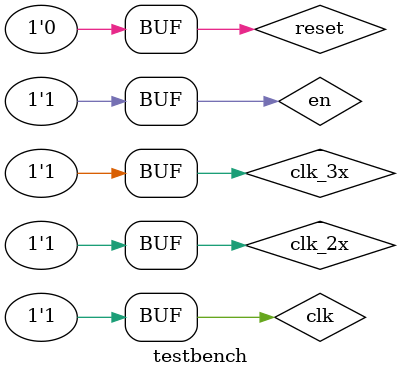
<source format=v>
`default_nettype none
`define FILTER_SIZE 204

`include "coeff_broadcaster.v"

`include "broadcast_fir.v"
`include "reduced_complexity_fir.v"
`include "directform_fir.v"
`include "parallel_fir.v"

module testbench;
	integer i;

	wire [15:0] data_out_L2, data_out_L3;
	wire [15:0] data_out_baseline_direct, data_out_direct_log_pipelined;
	wire [15:0] data_out_baseline_symmetric, data_out_baseline_broadcast;
	reg  [15:0] data_in;
	reg  en, reset;
	reg  clk, clk_2x, clk_3x;

	reg  [15:0] data_in_cdc;

	// used for clock domain crossing for non-parallel filters. Shifts input data to slow domain.
	always @(posedge clk_2x) begin
		if(reset)
			data_in_cdc <= 16'd0;
		else
			data_in_cdc <= data_in;
	end

	FIRimpl_L2parallel FIRimpl_L2parallel_inst(
		.data_out(data_out_L2),
		.data_in(data_in),
		.en(en), .reset(reset),
		.clk_serial(clk_2x),
		.clk(clk)
	);

	FIRimpl_L3parallel FIRimpl_L3parallel_inst(
		.data_out(data_out_L3),
		.data_in(data_in),
		.en(en), .reset(reset),
		.clk_serial(clk_3x),
		.clk(clk)
	);

	directform_fir_full baseline_direct(
		.data_out(data_out_baseline_direct),
		.data_in(data_in_cdc),
		.en(en), .reset(reset),
		.clk(clk)
	);

	directform_fir_full_pipelined baseline_direct_pipelined(
		.data_out(data_out_direct_log_pipelined),
		.data_in(data_in_cdc),
		.en(en), .reset(reset),
		.clk(clk)
	);

	broadcast_fir_full baseline_broadcast(
		.data_out(data_out_baseline_broadcast),
		.data_in(data_in_cdc),
		.en(en), .reset(reset),
		.clk(clk)
	);

	reduced_complexity_fir_full baseline_reduced(
		.data_out(data_out_baseline_symmetric),
		.data_in(data_in_cdc),
		.en(en), .reset(reset),
		.clk(clk)
	);

	always @(posedge clk_3x) begin
		if(reset)
			i <= 0;
		else
			i <= i+1;
	end

	always @(*) begin
		if(i == 2)
			data_in = ~(16'd1 << 15);		// 0.999 in Q1.15
		else
			data_in = 0;
	end

	initial begin
		$dumpfile("test.vcd");
		$dumpvars(0, testbench);

		clk_2x = 0;
		clk_3x = 0;

		clk = 0;
		reset = 0;
		en = 0;
		data_in = 0;

		// reset sequence
		#1 reset = 1;
		#1 clk_3x = 1; clk_2x = 1; clk = 1;
		#1 clk_3x = 0; clk_2x = 0; clk = 0;
		#1 reset = 0;
		#1 en = 1;

		#1 clk_3x = 1; #0 clk_2x = 1; #0 clk = 1;

		repeat(1000) begin
			// action in 6 ut
			#2 clk_3x = ~clk_3x;
			#1 clk_2x = ~clk_2x;
			#1 clk_3x = ~clk_3x;
			#2 clk_3x = ~clk_3x;
			#0 clk_2x = ~clk_2x;
			#0 clk = ~clk;
		end
	end

endmodule

</source>
